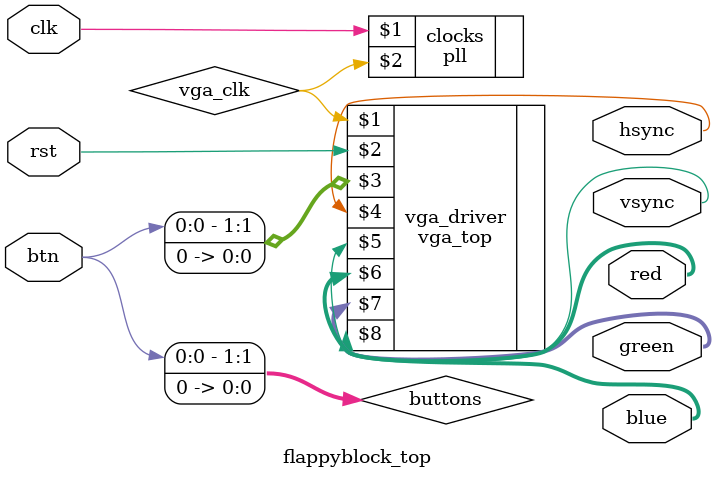
<source format=sv>
module flappyblock_top(clk, rst, btn, hsync, vsync, red, green, blue);
    input clk, rst, btn;
    output hsync, vsync;
    output [3:0] red, green, blue;

    wire vga_clk;
    pll clocks(clk, vga_clk);
	 
	 wire [1:0] buttons;
	 
	 assign buttons = {btn, 1'b0};

    vga_top vga_driver(vga_clk, rst, buttons, hsync, vsync, red, green, blue);
endmodule
</source>
